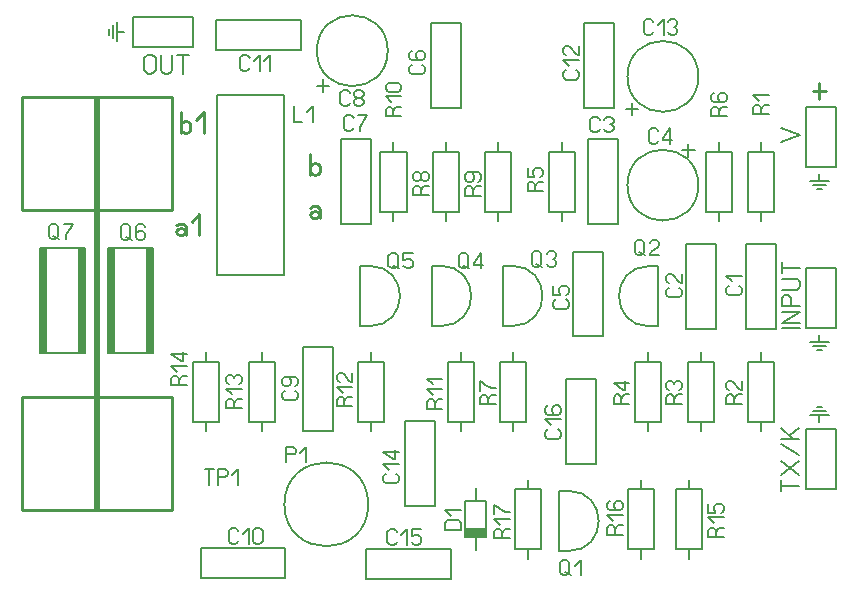
<source format=gbr>
%FSLAX34Y34*%
%MOMM*%
%LNSILK_TOP*%
G71*
G01*
%ADD10C,0.250*%
%ADD11C,0.550*%
%ADD12C,0.200*%
%ADD13C,0.170*%
%ADD14C,0.150*%
%ADD15C,0.220*%
%ADD16C,0.160*%
%ADD17C,0.280*%
%LPD*%
G54D10*
X3125Y-77750D02*
X130125Y-77750D01*
G54D10*
X130125Y-427000D02*
X130125Y-331750D01*
G54D10*
X3125Y-427000D02*
X130125Y-427000D01*
G54D11*
X66625Y-426112D02*
X66625Y-80037D01*
G36*
X81100Y-205400D02*
X80900Y-294200D01*
X76100Y-294300D01*
X76300Y-205400D01*
X81100Y-205400D01*
G37*
G54D12*
X81100Y-205400D02*
X80900Y-294200D01*
X76100Y-294300D01*
X76300Y-205400D01*
X81100Y-205400D01*
G54D12*
X76125Y-205444D02*
X114125Y-205444D01*
X114125Y-294444D01*
X76125Y-294444D01*
X76125Y-205444D01*
G54D13*
X90942Y-196066D02*
X95942Y-198566D01*
G54D13*
X94942Y-187733D02*
X94942Y-196066D01*
X93942Y-197733D01*
X91942Y-198566D01*
X89942Y-198566D01*
X87942Y-197733D01*
X86942Y-196066D01*
X86942Y-187733D01*
X87942Y-186066D01*
X89942Y-185233D01*
X91942Y-185233D01*
X93942Y-186066D01*
X94942Y-187733D01*
G54D13*
X107642Y-187733D02*
X106642Y-186066D01*
X104642Y-185233D01*
X102642Y-185233D01*
X100642Y-186066D01*
X99642Y-187733D01*
X99642Y-191900D01*
X99642Y-192733D01*
X102642Y-191066D01*
X104642Y-191066D01*
X106642Y-191900D01*
X107642Y-193566D01*
X107642Y-196066D01*
X106642Y-197733D01*
X104642Y-198566D01*
X102642Y-198566D01*
X100642Y-197733D01*
X99642Y-196066D01*
X99642Y-191900D01*
G36*
X114400Y-205500D02*
X114200Y-294200D01*
X109400Y-294200D01*
X109400Y-205400D01*
X114400Y-205500D01*
G37*
G54D12*
X114400Y-205500D02*
X114200Y-294200D01*
X109400Y-294200D01*
X109400Y-205400D01*
X114400Y-205500D01*
G54D10*
X130125Y-173000D02*
X130125Y-77750D01*
G54D10*
X3125Y-427000D02*
X3125Y-331750D01*
G54D10*
X3125Y-173000D02*
X3125Y-77750D01*
G54D10*
X3125Y-331750D02*
X130125Y-331750D01*
G54D10*
X3116Y-173125D02*
X130116Y-173125D01*
G54D14*
X154580Y-459709D02*
X154580Y-485110D01*
X226180Y-485110D01*
X226180Y-459710D01*
X154580Y-459709D01*
G54D13*
X186513Y-453580D02*
X185513Y-455247D01*
X183513Y-456080D01*
X181513Y-456080D01*
X179513Y-455247D01*
X178513Y-453580D01*
X178513Y-445247D01*
X179513Y-443580D01*
X181513Y-442747D01*
X183513Y-442747D01*
X185513Y-443580D01*
X186513Y-445247D01*
G54D13*
X190213Y-447747D02*
X195213Y-442747D01*
X195213Y-456080D01*
G54D13*
X206913Y-445247D02*
X206913Y-453580D01*
X205913Y-455247D01*
X203913Y-456080D01*
X201913Y-456080D01*
X199913Y-455247D01*
X198913Y-453580D01*
X198913Y-445247D01*
X199913Y-443580D01*
X201913Y-442747D01*
X203913Y-442747D01*
X205913Y-443580D01*
X206913Y-445247D01*
G54D14*
X225409Y-76221D02*
X225409Y-228621D01*
X168259Y-228621D01*
X168259Y-76221D01*
X225409Y-76221D01*
G54D13*
X233653Y-85241D02*
X233653Y-98574D01*
X240653Y-98574D01*
G54D13*
X244353Y-90241D02*
X249353Y-85241D01*
X249353Y-98574D01*
G54D15*
X247281Y-171286D02*
X249948Y-170175D01*
X253148Y-170175D01*
X255281Y-172397D01*
X255281Y-180175D01*
G54D15*
X255281Y-176842D02*
X253948Y-174619D01*
X251281Y-174175D01*
X248615Y-174619D01*
X247281Y-176842D01*
X247815Y-179064D01*
X249948Y-180175D01*
X251281Y-180175D01*
X251815Y-180175D01*
X253948Y-179064D01*
X255281Y-176842D01*
G54D15*
X247094Y-143400D02*
X247094Y-125622D01*
G54D15*
X247094Y-136289D02*
X248427Y-134067D01*
X251094Y-133400D01*
X253760Y-134067D01*
X255094Y-136289D01*
X255094Y-140733D01*
X253760Y-142956D01*
X251094Y-143400D01*
X248427Y-142956D01*
X247094Y-140733D01*
G54D15*
X133919Y-185786D02*
X136585Y-184675D01*
X139785Y-184675D01*
X141919Y-186897D01*
X141919Y-194675D01*
G54D15*
X141919Y-191342D02*
X140585Y-189119D01*
X137919Y-188675D01*
X135252Y-189119D01*
X133919Y-191342D01*
X134452Y-193564D01*
X136585Y-194675D01*
X137919Y-194675D01*
X138452Y-194675D01*
X140585Y-193564D01*
X141919Y-191342D01*
G54D15*
X146819Y-183564D02*
X153485Y-176897D01*
X153485Y-194675D01*
G54D15*
X137719Y-107712D02*
X137719Y-89935D01*
G54D15*
X137719Y-100601D02*
X139052Y-98379D01*
X141719Y-97712D01*
X144385Y-98379D01*
X145719Y-100601D01*
X145719Y-105046D01*
X144385Y-107268D01*
X141719Y-107712D01*
X139052Y-107268D01*
X137719Y-105046D01*
G54D15*
X150619Y-96601D02*
X157285Y-89935D01*
X157285Y-107712D01*
G54D14*
X167521Y-12554D02*
X167521Y-37955D01*
X239121Y-37954D01*
X239121Y-12554D01*
X167521Y-12554D01*
G54D13*
X195940Y-52713D02*
X194940Y-54380D01*
X192940Y-55213D01*
X190940Y-55213D01*
X188940Y-54380D01*
X187940Y-52713D01*
X187940Y-44380D01*
X188940Y-42713D01*
X190940Y-41880D01*
X192940Y-41880D01*
X194940Y-42713D01*
X195940Y-44380D01*
G54D13*
X199640Y-46880D02*
X204640Y-41880D01*
X204640Y-55213D01*
G54D13*
X208340Y-46880D02*
X213340Y-41880D01*
X213340Y-55213D01*
G54D14*
X195229Y-301721D02*
X217404Y-301721D01*
X217404Y-352421D01*
X195229Y-352421D01*
X195229Y-301721D01*
G54D14*
X206316Y-301521D02*
X206316Y-293621D01*
G54D14*
X206316Y-352521D02*
X206317Y-360421D01*
G54D13*
X182575Y-337096D02*
X184241Y-334096D01*
X185908Y-333096D01*
X189241Y-333096D01*
G54D13*
X189241Y-341096D02*
X175908Y-341096D01*
X175908Y-336096D01*
X176741Y-334096D01*
X178408Y-333096D01*
X180075Y-333096D01*
X181741Y-334096D01*
X182575Y-336096D01*
X182575Y-341096D01*
G54D13*
X180908Y-329396D02*
X175908Y-324396D01*
X189241Y-324396D01*
G54D13*
X178408Y-320696D02*
X176741Y-319696D01*
X175908Y-317696D01*
X175908Y-315696D01*
X176741Y-313696D01*
X178408Y-312696D01*
X180075Y-312696D01*
X181741Y-313696D01*
X182575Y-315696D01*
X183408Y-313696D01*
X185075Y-312696D01*
X186741Y-312696D01*
X188408Y-313696D01*
X189241Y-315696D01*
X189241Y-317696D01*
X188408Y-319696D01*
X186741Y-320696D01*
G54D12*
X116300Y-44686D02*
X116300Y-54686D01*
X115100Y-56686D01*
X112700Y-57686D01*
X110300Y-57686D01*
X107900Y-56686D01*
X106700Y-54686D01*
X106700Y-44686D01*
X107900Y-42686D01*
X110300Y-41686D01*
X112700Y-41686D01*
X115100Y-42686D01*
X116300Y-44686D01*
G54D12*
X120700Y-41686D02*
X120700Y-54686D01*
X121900Y-56686D01*
X124300Y-57686D01*
X126700Y-57686D01*
X129100Y-56686D01*
X130300Y-54686D01*
X130300Y-41686D01*
G54D12*
X139500Y-57686D02*
X139500Y-41686D01*
G54D12*
X134700Y-41686D02*
X144300Y-41686D01*
G54D14*
X96904Y-35512D02*
X96904Y-10112D01*
X147704Y-10112D01*
X147704Y-35512D01*
X96904Y-35512D01*
G54D12*
X89571Y-22283D02*
X83221Y-22283D01*
G54D12*
X83221Y-30220D02*
X83221Y-14345D01*
G54D12*
X80046Y-16727D02*
X80046Y-27839D01*
G54D12*
X76871Y-24664D02*
X76871Y-19902D01*
G54D14*
X147604Y-301721D02*
X169779Y-301721D01*
X169779Y-352421D01*
X147604Y-352421D01*
X147604Y-301721D01*
G54D14*
X158691Y-301521D02*
X158691Y-293621D01*
G54D14*
X158691Y-352521D02*
X158692Y-360421D01*
G54D13*
X136450Y-317696D02*
X138116Y-314696D01*
X139783Y-313696D01*
X143116Y-313696D01*
G54D13*
X143116Y-321696D02*
X129783Y-321696D01*
X129783Y-316696D01*
X130616Y-314696D01*
X132283Y-313696D01*
X133950Y-313696D01*
X135616Y-314696D01*
X136450Y-316696D01*
X136450Y-321696D01*
G54D13*
X134783Y-309996D02*
X129783Y-304996D01*
X143116Y-304996D01*
G54D13*
X143116Y-295296D02*
X129783Y-295296D01*
X138116Y-301296D01*
X139783Y-301296D01*
X139783Y-293296D01*
G54D14*
X565004Y-273804D02*
X590405Y-273804D01*
X590404Y-202204D01*
X565004Y-202204D01*
X565004Y-273804D01*
G54D13*
X559175Y-238921D02*
X560842Y-239921D01*
X561675Y-241921D01*
X561675Y-243921D01*
X560842Y-245921D01*
X559175Y-246921D01*
X550842Y-246921D01*
X549175Y-245921D01*
X548342Y-243921D01*
X548342Y-241921D01*
X549175Y-239921D01*
X550842Y-238921D01*
G54D13*
X561675Y-227221D02*
X561675Y-235221D01*
X560842Y-235221D01*
X559175Y-234221D01*
X554175Y-228221D01*
X552508Y-227221D01*
X550842Y-227221D01*
X549175Y-228221D01*
X548342Y-230221D01*
X548342Y-232221D01*
X549175Y-234221D01*
X550842Y-235221D01*
G54D14*
X534100Y-220800D02*
X542100Y-220800D01*
X542100Y-271525D01*
X534100Y-271525D01*
G54D14*
G75*
G01X534139Y-220669D02*
G03X534139Y-271669I0J-25500D01*
G01*
G54D13*
X525956Y-209125D02*
X530956Y-211625D01*
G54D13*
X529956Y-200792D02*
X529956Y-209125D01*
X528956Y-210792D01*
X526956Y-211625D01*
X524956Y-211625D01*
X522956Y-210792D01*
X521956Y-209125D01*
X521956Y-200792D01*
X522956Y-199125D01*
X524956Y-198292D01*
X526956Y-198292D01*
X528956Y-199125D01*
X529956Y-200792D01*
G54D13*
X542656Y-211625D02*
X534656Y-211625D01*
X534656Y-210792D01*
X535656Y-209125D01*
X541656Y-204125D01*
X542656Y-202459D01*
X542656Y-200792D01*
X541656Y-199125D01*
X539656Y-198292D01*
X537656Y-198292D01*
X535656Y-199125D01*
X534656Y-200792D01*
G54D12*
X662312Y-273203D02*
X646312Y-273203D01*
G54D12*
X662312Y-268803D02*
X646312Y-268803D01*
X662312Y-259203D01*
X646312Y-259203D01*
G54D12*
X662312Y-254803D02*
X646312Y-254803D01*
X646312Y-248803D01*
X647312Y-246403D01*
X649312Y-245203D01*
X651312Y-245203D01*
X653312Y-246403D01*
X654312Y-248803D01*
X654312Y-254803D01*
G54D12*
X646312Y-240803D02*
X659312Y-240803D01*
X661312Y-239603D01*
X662312Y-237203D01*
X662312Y-234803D01*
X661312Y-232403D01*
X659312Y-231203D01*
X646312Y-231203D01*
G54D12*
X662312Y-222003D02*
X646312Y-222003D01*
G54D12*
X646312Y-226803D02*
X646312Y-217203D01*
G54D14*
X666748Y-222205D02*
X692148Y-222205D01*
X692148Y-273005D01*
X666748Y-273005D01*
X666748Y-222205D01*
G54D12*
X678302Y-278887D02*
X678302Y-285238D01*
G54D12*
X686239Y-285238D02*
X670364Y-285237D01*
G54D12*
X672746Y-288412D02*
X683858Y-288412D01*
G54D12*
X680683Y-291587D02*
X675921Y-291587D01*
G54D14*
X522254Y-301721D02*
X544429Y-301721D01*
X544429Y-352421D01*
X522254Y-352421D01*
X522254Y-301721D01*
G54D14*
X533341Y-301521D02*
X533341Y-293621D01*
G54D14*
X533341Y-352521D02*
X533342Y-360421D01*
G54D13*
X510700Y-333346D02*
X512366Y-330346D01*
X514033Y-329346D01*
X517366Y-329346D01*
G54D13*
X517366Y-337346D02*
X504033Y-337346D01*
X504033Y-332346D01*
X504866Y-330346D01*
X506533Y-329346D01*
X508200Y-329346D01*
X509866Y-330346D01*
X510700Y-332346D01*
X510700Y-337346D01*
G54D13*
X517366Y-319646D02*
X504033Y-319646D01*
X512366Y-325646D01*
X514033Y-325646D01*
X514033Y-317646D01*
G54D14*
X582579Y-123921D02*
X604754Y-123921D01*
X604754Y-174621D01*
X582579Y-174621D01*
X582579Y-123921D01*
G54D14*
X593666Y-123721D02*
X593666Y-115821D01*
G54D14*
X593666Y-174721D02*
X593667Y-182621D01*
G54D13*
X628925Y-88246D02*
X630591Y-85246D01*
X632258Y-84246D01*
X635591Y-84246D01*
G54D13*
X635591Y-92246D02*
X622258Y-92246D01*
X622258Y-87246D01*
X623091Y-85246D01*
X624758Y-84246D01*
X626425Y-84246D01*
X628091Y-85246D01*
X628925Y-87246D01*
X628925Y-92246D01*
G54D13*
X627258Y-80546D02*
X622258Y-75546D01*
X635591Y-75546D01*
G54D14*
X469754Y-280154D02*
X495155Y-280154D01*
X495154Y-208554D01*
X469754Y-208554D01*
X469754Y-280154D01*
G54D13*
X463925Y-248971D02*
X465592Y-249971D01*
X466425Y-251971D01*
X466425Y-253971D01*
X465592Y-255971D01*
X463925Y-256971D01*
X455592Y-256971D01*
X453925Y-255971D01*
X453092Y-253971D01*
X453092Y-251971D01*
X453925Y-249971D01*
X455592Y-248971D01*
G54D13*
X453092Y-237271D02*
X453092Y-245271D01*
X458925Y-245271D01*
X458925Y-244271D01*
X458092Y-242271D01*
X458092Y-240271D01*
X458925Y-238271D01*
X460592Y-237271D01*
X463925Y-237271D01*
X465592Y-238271D01*
X466425Y-240271D01*
X466425Y-242271D01*
X465592Y-244271D01*
X463925Y-245271D01*
G54D14*
X418400Y-271325D02*
X410400Y-271325D01*
X410400Y-220600D01*
X418400Y-220600D01*
G54D14*
G75*
G01X418361Y-271456D02*
G03X418361Y-220456I0J25500D01*
G01*
G54D13*
X438784Y-218995D02*
X443784Y-221495D01*
G54D13*
X442784Y-210661D02*
X442784Y-218995D01*
X441784Y-220661D01*
X439784Y-221495D01*
X437784Y-221495D01*
X435784Y-220661D01*
X434784Y-218995D01*
X434784Y-210661D01*
X435784Y-208995D01*
X437784Y-208161D01*
X439784Y-208161D01*
X441784Y-208995D01*
X442784Y-210661D01*
G54D13*
X447484Y-210661D02*
X448484Y-208995D01*
X450484Y-208161D01*
X452484Y-208161D01*
X454484Y-208995D01*
X455484Y-210661D01*
X455484Y-212328D01*
X454484Y-213995D01*
X452484Y-214828D01*
X454484Y-215661D01*
X455484Y-217328D01*
X455484Y-218995D01*
X454484Y-220661D01*
X452484Y-221495D01*
X450484Y-221495D01*
X448484Y-220661D01*
X447484Y-218995D01*
G54D14*
X358075Y-271325D02*
X350075Y-271325D01*
X350075Y-220600D01*
X358075Y-220600D01*
G54D14*
G75*
G01X358036Y-271456D02*
G03X358036Y-220456I0J25500D01*
G01*
G54D13*
X376959Y-220195D02*
X381959Y-222695D01*
G54D13*
X380959Y-211861D02*
X380959Y-220195D01*
X379959Y-221861D01*
X377959Y-222695D01*
X375959Y-222695D01*
X373959Y-221861D01*
X372959Y-220195D01*
X372959Y-211861D01*
X373959Y-210195D01*
X375959Y-209361D01*
X377959Y-209361D01*
X379959Y-210195D01*
X380959Y-211861D01*
G54D13*
X391659Y-222695D02*
X391659Y-209361D01*
X385659Y-217695D01*
X385659Y-219361D01*
X393659Y-219361D01*
G54D14*
X407954Y-301721D02*
X430129Y-301721D01*
X430129Y-352421D01*
X407954Y-352421D01*
X407954Y-301721D01*
G54D14*
X419041Y-301521D02*
X419041Y-293621D01*
G54D14*
X419041Y-352521D02*
X419042Y-360421D01*
G54D13*
X397600Y-333846D02*
X399266Y-330846D01*
X400933Y-329846D01*
X404266Y-329846D01*
G54D13*
X404266Y-337846D02*
X390933Y-337846D01*
X390933Y-332846D01*
X391766Y-330846D01*
X393433Y-329846D01*
X395100Y-329846D01*
X396766Y-330846D01*
X397600Y-332846D01*
X397600Y-337846D01*
G54D13*
X390933Y-326146D02*
X390933Y-318146D01*
X392600Y-319146D01*
X395100Y-321146D01*
X398433Y-323146D01*
X400933Y-324146D01*
X404266Y-324146D01*
G54D14*
X297750Y-271325D02*
X289750Y-271325D01*
X289750Y-220600D01*
X297750Y-220600D01*
G54D14*
G75*
G01X297711Y-271456D02*
G03X297711Y-220456I0J25500D01*
G01*
G54D13*
X317434Y-220195D02*
X322434Y-222695D01*
G54D13*
X321434Y-211861D02*
X321434Y-220195D01*
X320434Y-221861D01*
X318434Y-222695D01*
X316434Y-222695D01*
X314434Y-221861D01*
X313434Y-220195D01*
X313434Y-211861D01*
X314434Y-210195D01*
X316434Y-209361D01*
X318434Y-209361D01*
X320434Y-210195D01*
X321434Y-211861D01*
G54D13*
X334134Y-209361D02*
X326134Y-209361D01*
X326134Y-215195D01*
X327134Y-215195D01*
X329134Y-214361D01*
X331134Y-214361D01*
X333134Y-215195D01*
X334134Y-216861D01*
X334134Y-220195D01*
X333134Y-221861D01*
X331134Y-222695D01*
X329134Y-222695D01*
X327134Y-221861D01*
X326134Y-220195D01*
G54D14*
X350804Y-123921D02*
X372979Y-123921D01*
X372979Y-174621D01*
X350804Y-174621D01*
X350804Y-123921D01*
G54D14*
X361891Y-123721D02*
X361891Y-115821D01*
G54D14*
X361891Y-174721D02*
X361892Y-182621D01*
G54D13*
X340850Y-156646D02*
X342516Y-153646D01*
X344183Y-152646D01*
X347516Y-152646D01*
G54D13*
X347516Y-160646D02*
X334183Y-160646D01*
X334183Y-155646D01*
X335016Y-153646D01*
X336683Y-152646D01*
X338350Y-152646D01*
X340016Y-153646D01*
X340850Y-155646D01*
X340850Y-160646D01*
G54D13*
X340850Y-143946D02*
X340850Y-145946D01*
X340016Y-147946D01*
X338350Y-148946D01*
X336683Y-148946D01*
X335016Y-147946D01*
X334183Y-145946D01*
X334183Y-143946D01*
X335016Y-141946D01*
X336683Y-140946D01*
X338350Y-140946D01*
X340016Y-141946D01*
X340850Y-143946D01*
X341683Y-141946D01*
X343350Y-140946D01*
X345016Y-140946D01*
X346683Y-141946D01*
X347516Y-143946D01*
X347516Y-145946D01*
X346683Y-147946D01*
X345016Y-148946D01*
X343350Y-148946D01*
X341683Y-147946D01*
X340850Y-145946D01*
G54D14*
X306625Y-124130D02*
X328800Y-124130D01*
X328800Y-174830D01*
X306625Y-174830D01*
X306625Y-124130D01*
G54D14*
X317712Y-123930D02*
X317712Y-116030D01*
G54D14*
X317712Y-174930D02*
X317713Y-182830D01*
G54D13*
X317700Y-89673D02*
X319367Y-86673D01*
X321033Y-85673D01*
X324367Y-85673D01*
G54D13*
X324367Y-93673D02*
X311033Y-93673D01*
X311033Y-88673D01*
X311867Y-86673D01*
X313533Y-85673D01*
X315200Y-85673D01*
X316867Y-86673D01*
X317700Y-88673D01*
X317700Y-93673D01*
G54D13*
X316033Y-81973D02*
X311033Y-76973D01*
X324367Y-76973D01*
G54D13*
X313533Y-65273D02*
X321867Y-65273D01*
X323533Y-66273D01*
X324367Y-68273D01*
X324367Y-70273D01*
X323533Y-72273D01*
X321867Y-73273D01*
X313533Y-73273D01*
X311867Y-72273D01*
X311033Y-70274D01*
X311033Y-68273D01*
X311867Y-66273D01*
X313533Y-65273D01*
G54D14*
X287304Y-301721D02*
X309479Y-301721D01*
X309479Y-352421D01*
X287304Y-352421D01*
X287304Y-301721D01*
G54D14*
X298391Y-301521D02*
X298391Y-293621D01*
G54D14*
X298392Y-352521D02*
X298392Y-360421D01*
G54D13*
X276250Y-335496D02*
X277916Y-332496D01*
X279583Y-331496D01*
X282916Y-331496D01*
G54D13*
X282916Y-339496D02*
X269583Y-339496D01*
X269583Y-334496D01*
X270416Y-332496D01*
X272083Y-331496D01*
X273750Y-331496D01*
X275416Y-332496D01*
X276250Y-334496D01*
X276250Y-339496D01*
G54D13*
X274583Y-327796D02*
X269583Y-322796D01*
X282916Y-322796D01*
G54D13*
X282916Y-311096D02*
X282916Y-319096D01*
X282083Y-319096D01*
X280416Y-318096D01*
X275416Y-312096D01*
X273750Y-311096D01*
X272083Y-311096D01*
X270416Y-312096D01*
X269583Y-314096D01*
X269583Y-316096D01*
X270416Y-318096D01*
X272083Y-319096D01*
G54D14*
X240814Y-360525D02*
X266215Y-360525D01*
X266214Y-288925D01*
X240814Y-288925D01*
X240814Y-360525D01*
G54D13*
X234385Y-326042D02*
X236052Y-327042D01*
X236885Y-329042D01*
X236885Y-331042D01*
X236052Y-333042D01*
X234385Y-334042D01*
X226052Y-334042D01*
X224385Y-333042D01*
X223552Y-331042D01*
X223552Y-329042D01*
X224385Y-327042D01*
X226052Y-326042D01*
G54D13*
X234385Y-322342D02*
X236052Y-321342D01*
X236885Y-319342D01*
X236885Y-317342D01*
X236052Y-315342D01*
X234385Y-314342D01*
X230218Y-314342D01*
X229385Y-314342D01*
X231052Y-317342D01*
X231052Y-319342D01*
X230218Y-321342D01*
X228552Y-322342D01*
X226052Y-322342D01*
X224385Y-321342D01*
X223552Y-319342D01*
X223552Y-317342D01*
X224385Y-315342D01*
X226052Y-314342D01*
X230218Y-314342D01*
G54D14*
X363504Y-301721D02*
X385679Y-301721D01*
X385679Y-352421D01*
X363504Y-352421D01*
X363504Y-301721D01*
G54D14*
X374591Y-301521D02*
X374591Y-293621D01*
G54D14*
X374591Y-352521D02*
X374592Y-360421D01*
G54D13*
X352550Y-337296D02*
X354216Y-334296D01*
X355883Y-333296D01*
X359216Y-333296D01*
G54D13*
X359216Y-341296D02*
X345883Y-341296D01*
X345883Y-336296D01*
X346716Y-334296D01*
X348383Y-333296D01*
X350050Y-333296D01*
X351716Y-334296D01*
X352550Y-336296D01*
X352550Y-341296D01*
G54D13*
X350883Y-329596D02*
X345883Y-324596D01*
X359216Y-324596D01*
G54D13*
X350883Y-320896D02*
X345883Y-315896D01*
X359216Y-315896D01*
G54D12*
G75*
G01X296368Y-422416D02*
G03X296368Y-422416I-35500J0D01*
G01*
G54D13*
X227092Y-386863D02*
X227092Y-373530D01*
X232092Y-373530D01*
X234092Y-374363D01*
X235092Y-376030D01*
X235092Y-377696D01*
X234092Y-379363D01*
X232092Y-380196D01*
X227092Y-380196D01*
G54D13*
X238792Y-378530D02*
X243792Y-373530D01*
X243792Y-386863D01*
G54D14*
X466025Y-461825D02*
X458025Y-461825D01*
X458025Y-411100D01*
X466025Y-411100D01*
G54D14*
G75*
G01X465986Y-461956D02*
G03X465986Y-410956I0J25500D01*
G01*
G54D13*
X462732Y-480055D02*
X467732Y-482555D01*
G54D13*
X466732Y-471722D02*
X466732Y-480055D01*
X465732Y-481722D01*
X463732Y-482555D01*
X461732Y-482555D01*
X459732Y-481722D01*
X458732Y-480055D01*
X458732Y-471722D01*
X459732Y-470055D01*
X461732Y-469222D01*
X463732Y-469222D01*
X465732Y-470055D01*
X466732Y-471722D01*
G54D13*
X471432Y-474222D02*
X476432Y-469222D01*
X476432Y-482555D01*
G54D12*
X645612Y-115578D02*
X661612Y-109578D01*
X645612Y-103578D01*
G54D14*
X666748Y-85680D02*
X692148Y-85680D01*
X692148Y-136480D01*
X666748Y-136480D01*
X666748Y-85680D01*
G54D12*
X678302Y-142362D02*
X678302Y-148713D01*
G54D12*
X686239Y-148713D02*
X670364Y-148712D01*
G54D12*
X672746Y-151887D02*
X683858Y-151887D01*
G54D12*
X680683Y-155062D02*
X675921Y-155062D01*
G54D14*
X557179Y-409671D02*
X579354Y-409671D01*
X579354Y-460371D01*
X557179Y-460371D01*
X557179Y-409671D01*
G54D14*
X568266Y-409471D02*
X568266Y-401571D01*
G54D14*
X568266Y-460471D02*
X568267Y-468371D01*
G54D13*
X590525Y-446146D02*
X592191Y-443146D01*
X593858Y-442146D01*
X597191Y-442146D01*
G54D13*
X597191Y-450146D02*
X583858Y-450146D01*
X583858Y-445146D01*
X584691Y-443146D01*
X586358Y-442146D01*
X588025Y-442146D01*
X589691Y-443146D01*
X590525Y-445146D01*
X590525Y-450146D01*
G54D13*
X588858Y-438446D02*
X583858Y-433446D01*
X597191Y-433446D01*
G54D13*
X583858Y-421746D02*
X583858Y-429746D01*
X589691Y-429746D01*
X589691Y-428746D01*
X588858Y-426746D01*
X588858Y-424746D01*
X589691Y-422746D01*
X591358Y-421746D01*
X594691Y-421746D01*
X596358Y-422746D01*
X597191Y-424746D01*
X597191Y-426746D01*
X596358Y-428746D01*
X594691Y-429746D01*
G54D14*
X515904Y-409671D02*
X538079Y-409671D01*
X538079Y-460371D01*
X515904Y-460371D01*
X515904Y-409671D01*
G54D14*
X526991Y-409471D02*
X526991Y-401571D01*
G54D14*
X526991Y-460471D02*
X526992Y-468371D01*
G54D13*
X505450Y-443946D02*
X507116Y-440946D01*
X508783Y-439946D01*
X512116Y-439946D01*
G54D13*
X512116Y-447946D02*
X498783Y-447946D01*
X498783Y-442946D01*
X499616Y-440946D01*
X501283Y-439946D01*
X502950Y-439946D01*
X504616Y-440946D01*
X505450Y-442946D01*
X505450Y-447946D01*
G54D13*
X503783Y-436246D02*
X498783Y-431246D01*
X512116Y-431246D01*
G54D13*
X501283Y-419546D02*
X499616Y-420546D01*
X498783Y-422546D01*
X498783Y-424546D01*
X499616Y-426546D01*
X501283Y-427546D01*
X505450Y-427546D01*
X506283Y-427546D01*
X504616Y-424546D01*
X504616Y-422546D01*
X505450Y-420546D01*
X507116Y-419546D01*
X509616Y-419546D01*
X511283Y-420546D01*
X512116Y-422546D01*
X512116Y-424546D01*
X511283Y-426546D01*
X509616Y-427546D01*
X505450Y-427546D01*
G54D14*
X463404Y-388104D02*
X488805Y-388104D01*
X488804Y-316504D01*
X463404Y-316504D01*
X463404Y-388104D01*
G54D13*
X456875Y-358971D02*
X458542Y-359971D01*
X459375Y-361971D01*
X459375Y-363971D01*
X458542Y-365971D01*
X456875Y-366971D01*
X448542Y-366971D01*
X446875Y-365971D01*
X446042Y-363971D01*
X446042Y-361971D01*
X446875Y-359971D01*
X448542Y-358971D01*
G54D13*
X451042Y-355271D02*
X446042Y-350271D01*
X459375Y-350271D01*
G54D13*
X448542Y-338571D02*
X446875Y-339571D01*
X446042Y-341571D01*
X446042Y-343571D01*
X446875Y-345571D01*
X448542Y-346571D01*
X452708Y-346571D01*
X453542Y-346571D01*
X451875Y-343571D01*
X451875Y-341571D01*
X452708Y-339571D01*
X454375Y-338571D01*
X456875Y-338571D01*
X458542Y-339571D01*
X459375Y-341571D01*
X459375Y-343571D01*
X458542Y-345571D01*
X456875Y-346571D01*
X452708Y-346571D01*
G54D14*
X420654Y-409671D02*
X442829Y-409671D01*
X442829Y-460371D01*
X420654Y-460371D01*
X420654Y-409671D01*
G54D14*
X431741Y-409471D02*
X431741Y-401571D01*
G54D14*
X431741Y-460471D02*
X431742Y-468371D01*
G54D13*
X409900Y-447246D02*
X411566Y-444246D01*
X413233Y-443246D01*
X416566Y-443246D01*
G54D13*
X416566Y-451246D02*
X403233Y-451246D01*
X403233Y-446246D01*
X404066Y-444246D01*
X405733Y-443246D01*
X407400Y-443246D01*
X409066Y-444246D01*
X409900Y-446246D01*
X409900Y-451246D01*
G54D13*
X408233Y-439546D02*
X403233Y-434546D01*
X416566Y-434546D01*
G54D13*
X403233Y-430846D02*
X403233Y-422846D01*
X404900Y-423846D01*
X407400Y-425846D01*
X410733Y-427846D01*
X413233Y-428846D01*
X416566Y-428846D01*
G54D14*
X294560Y-460191D02*
X294560Y-485592D01*
X366160Y-485592D01*
X366160Y-460192D01*
X294560Y-460191D01*
G54D13*
X320593Y-454162D02*
X319593Y-455829D01*
X317593Y-456662D01*
X315593Y-456662D01*
X313593Y-455829D01*
X312593Y-454162D01*
X312593Y-445829D01*
X313593Y-444162D01*
X315593Y-443329D01*
X317593Y-443329D01*
X319593Y-444162D01*
X320593Y-445829D01*
G54D13*
X324293Y-448329D02*
X329293Y-443329D01*
X329293Y-456662D01*
G54D13*
X340993Y-443329D02*
X332993Y-443329D01*
X332993Y-449162D01*
X333993Y-449162D01*
X335993Y-448329D01*
X337993Y-448329D01*
X339993Y-449162D01*
X340993Y-450829D01*
X340993Y-454162D01*
X339993Y-455829D01*
X337993Y-456662D01*
X335993Y-456662D01*
X333993Y-455829D01*
X332993Y-454162D01*
G54D14*
X396050Y-450175D02*
X378650Y-450175D01*
X378650Y-419775D01*
X396050Y-419775D01*
X396050Y-450175D01*
G36*
X396200Y-450100D02*
X379400Y-450100D01*
X379400Y-442900D01*
X396200Y-442900D01*
X396200Y-450100D01*
G37*
G54D14*
X396200Y-450100D02*
X379400Y-450100D01*
X379400Y-442900D01*
X396200Y-442900D01*
X396200Y-450100D01*
G54D14*
X387350Y-461175D02*
X387350Y-450075D01*
G54D14*
X387350Y-419875D02*
X387350Y-408775D01*
G54D13*
X374731Y-443924D02*
X361398Y-443924D01*
X361398Y-438924D01*
X362231Y-436924D01*
X363898Y-435924D01*
X372231Y-435924D01*
X373898Y-436924D01*
X374731Y-438924D01*
X374731Y-443924D01*
G54D13*
X366398Y-432224D02*
X361398Y-427224D01*
X374731Y-427224D01*
G54D16*
G75*
G01X575812Y-60088D02*
G03X575812Y-60088I-30000J0D01*
G01*
G54D13*
X537721Y-22629D02*
X536721Y-24296D01*
X534721Y-25129D01*
X532721Y-25129D01*
X530721Y-24296D01*
X529721Y-22629D01*
X529721Y-14296D01*
X530721Y-12629D01*
X532721Y-11796D01*
X534721Y-11796D01*
X536721Y-12629D01*
X537721Y-14296D01*
G54D13*
X541421Y-16796D02*
X546421Y-11796D01*
X546421Y-25129D01*
G54D13*
X550121Y-14296D02*
X551121Y-12629D01*
X553121Y-11796D01*
X555121Y-11796D01*
X557121Y-12629D01*
X558121Y-14296D01*
X558121Y-15963D01*
X557121Y-17629D01*
X555121Y-18463D01*
X557121Y-19296D01*
X558121Y-20963D01*
X558121Y-22629D01*
X557121Y-24296D01*
X555121Y-25129D01*
X553121Y-25129D01*
X551121Y-24296D01*
X550121Y-22629D01*
G54D14*
X514400Y-87529D02*
X525175Y-87529D01*
G54D14*
X519587Y-82242D02*
X519587Y-93017D01*
G54D14*
X349104Y-86479D02*
X374505Y-86479D01*
X374504Y-14879D01*
X349104Y-14879D01*
X349104Y-86479D01*
G54D13*
X341875Y-50096D02*
X343542Y-51096D01*
X344375Y-53096D01*
X344375Y-55096D01*
X343542Y-57096D01*
X341875Y-58096D01*
X333542Y-58096D01*
X331875Y-57096D01*
X331042Y-55096D01*
X331042Y-53096D01*
X331875Y-51096D01*
X333542Y-50096D01*
G54D13*
X333542Y-38396D02*
X331875Y-39396D01*
X331042Y-41396D01*
X331042Y-43396D01*
X331875Y-45396D01*
X333542Y-46396D01*
X337708Y-46396D01*
X338542Y-46396D01*
X336875Y-43396D01*
X336875Y-41396D01*
X337708Y-39396D01*
X339375Y-38396D01*
X341875Y-38396D01*
X343542Y-39396D01*
X344375Y-41396D01*
X344375Y-43396D01*
X343542Y-45396D01*
X341875Y-46396D01*
X337708Y-46396D01*
G54D14*
X395254Y-123921D02*
X417429Y-123921D01*
X417429Y-174621D01*
X395254Y-174621D01*
X395254Y-123921D01*
G54D14*
X406341Y-123721D02*
X406341Y-115821D01*
G54D14*
X406341Y-174721D02*
X406342Y-182621D01*
G54D13*
X385100Y-156946D02*
X386766Y-153946D01*
X388433Y-152946D01*
X391766Y-152946D01*
G54D13*
X391766Y-160946D02*
X378433Y-160946D01*
X378433Y-155946D01*
X379266Y-153946D01*
X380933Y-152946D01*
X382600Y-152946D01*
X384266Y-153946D01*
X385100Y-155946D01*
X385100Y-160946D01*
G54D13*
X389266Y-149246D02*
X390933Y-148246D01*
X391766Y-146246D01*
X391766Y-144246D01*
X390933Y-142246D01*
X389266Y-141246D01*
X385100Y-141246D01*
X384266Y-141246D01*
X385933Y-144246D01*
X385933Y-146246D01*
X385100Y-148246D01*
X383433Y-149246D01*
X380933Y-149246D01*
X379266Y-148246D01*
X378433Y-146246D01*
X378433Y-144246D01*
X379266Y-142246D01*
X380933Y-141246D01*
X385100Y-141246D01*
G54D14*
X272904Y-184904D02*
X298305Y-184904D01*
X298304Y-113304D01*
X272904Y-113304D01*
X272904Y-184904D01*
G54D13*
X283995Y-103650D02*
X282995Y-105317D01*
X280995Y-106150D01*
X278995Y-106150D01*
X276995Y-105317D01*
X275995Y-103650D01*
X275995Y-95317D01*
X276995Y-93650D01*
X278995Y-92817D01*
X280995Y-92817D01*
X282995Y-93650D01*
X283995Y-95317D01*
G54D13*
X287695Y-92817D02*
X295695Y-92817D01*
X294695Y-94483D01*
X292695Y-96983D01*
X290695Y-100317D01*
X289695Y-102817D01*
X289695Y-106150D01*
G54D16*
G75*
G01X312863Y-38338D02*
G03X312863Y-38338I-30000J0D01*
G01*
G54D13*
X280773Y-82372D02*
X279773Y-84039D01*
X277773Y-84872D01*
X275773Y-84872D01*
X273773Y-84039D01*
X272773Y-82372D01*
X272773Y-74039D01*
X273773Y-72372D01*
X275773Y-71539D01*
X277773Y-71539D01*
X279773Y-72372D01*
X280773Y-74039D01*
G54D13*
X289473Y-78206D02*
X287473Y-78206D01*
X285473Y-77372D01*
X284473Y-75706D01*
X284473Y-74039D01*
X285473Y-72372D01*
X287473Y-71539D01*
X289473Y-71539D01*
X291473Y-72372D01*
X292473Y-74039D01*
X292473Y-75706D01*
X291473Y-77372D01*
X289473Y-78206D01*
X291473Y-79039D01*
X292473Y-80706D01*
X292473Y-82372D01*
X291473Y-84039D01*
X289473Y-84872D01*
X287473Y-84872D01*
X285473Y-84039D01*
X284473Y-82372D01*
X284473Y-80706D01*
X285473Y-79039D01*
X287473Y-78206D01*
G54D14*
X263475Y-68046D02*
X252700Y-68046D01*
G54D14*
X258288Y-73333D02*
X258288Y-62558D01*
G54D14*
X479279Y-86479D02*
X504680Y-86479D01*
X504679Y-14879D01*
X479279Y-14879D01*
X479279Y-86479D01*
G54D13*
X472250Y-54746D02*
X473917Y-55746D01*
X474750Y-57746D01*
X474750Y-59746D01*
X473917Y-61746D01*
X472250Y-62746D01*
X463917Y-62746D01*
X462250Y-61746D01*
X461417Y-59746D01*
X461417Y-57746D01*
X462250Y-55746D01*
X463917Y-54746D01*
G54D13*
X466417Y-51046D02*
X461417Y-46046D01*
X474750Y-46046D01*
G54D13*
X474750Y-34346D02*
X474750Y-42346D01*
X473917Y-42346D01*
X472250Y-41346D01*
X467250Y-35346D01*
X465583Y-34346D01*
X463917Y-34346D01*
X462250Y-35346D01*
X461417Y-37346D01*
X461417Y-39346D01*
X462250Y-41346D01*
X463917Y-42346D01*
G54D12*
X661412Y-406628D02*
X645412Y-406628D01*
G54D12*
X645412Y-411428D02*
X645412Y-401828D01*
G54D12*
X645412Y-397428D02*
X661412Y-385428D01*
G54D12*
X661412Y-397428D02*
X645412Y-385428D01*
G54D12*
X661412Y-381028D02*
X645412Y-371428D01*
G54D12*
X661412Y-367028D02*
X645412Y-367028D01*
G54D12*
X656412Y-367028D02*
X645412Y-357428D01*
G54D12*
X653412Y-363428D02*
X661412Y-357428D01*
G54D14*
X666748Y-409620D02*
X692148Y-409620D01*
X692148Y-358820D01*
X666748Y-358820D01*
X666748Y-409620D01*
G54D12*
X678302Y-352938D02*
X678302Y-346587D01*
G54D12*
X686239Y-346587D02*
X670364Y-346588D01*
G54D12*
X672746Y-343413D02*
X683858Y-343413D01*
G54D12*
X680683Y-340238D02*
X675921Y-340238D01*
G54D14*
X449229Y-123921D02*
X471404Y-123921D01*
X471404Y-174621D01*
X449229Y-174621D01*
X449229Y-123921D01*
G54D14*
X460316Y-123721D02*
X460316Y-115821D01*
G54D14*
X460316Y-174721D02*
X460317Y-182621D01*
G54D13*
X437875Y-153346D02*
X439541Y-150346D01*
X441208Y-149346D01*
X444541Y-149346D01*
G54D13*
X444541Y-157346D02*
X431208Y-157346D01*
X431208Y-152346D01*
X432041Y-150346D01*
X433708Y-149346D01*
X435375Y-149346D01*
X437041Y-150346D01*
X437875Y-152346D01*
X437875Y-157346D01*
G54D13*
X431208Y-137646D02*
X431208Y-145646D01*
X437041Y-145646D01*
X437041Y-144646D01*
X436208Y-142646D01*
X436208Y-140646D01*
X437041Y-138646D01*
X438708Y-137646D01*
X442041Y-137646D01*
X443708Y-138646D01*
X444541Y-140646D01*
X444541Y-142646D01*
X443708Y-144646D01*
X442041Y-145646D01*
G54D14*
X482454Y-184904D02*
X507855Y-184904D01*
X507854Y-113304D01*
X482454Y-113304D01*
X482454Y-184904D01*
G54D13*
X492333Y-104971D02*
X491333Y-106637D01*
X489333Y-107471D01*
X487333Y-107471D01*
X485333Y-106637D01*
X484333Y-104971D01*
X484333Y-96637D01*
X485333Y-94971D01*
X487333Y-94137D01*
X489333Y-94137D01*
X491333Y-94971D01*
X492333Y-96637D01*
G54D13*
X496033Y-96637D02*
X497033Y-94971D01*
X499033Y-94137D01*
X501033Y-94137D01*
X503033Y-94971D01*
X504033Y-96637D01*
X504033Y-98304D01*
X503033Y-99971D01*
X501033Y-100804D01*
X503033Y-101637D01*
X504033Y-103304D01*
X504033Y-104971D01*
X503033Y-106637D01*
X501033Y-107471D01*
X499033Y-107471D01*
X497033Y-106637D01*
X496033Y-104971D01*
G54D16*
G75*
G01X575812Y-152162D02*
G03X575812Y-152162I-30000J0D01*
G01*
G54D13*
X542071Y-114704D02*
X541071Y-116371D01*
X539071Y-117204D01*
X537071Y-117204D01*
X535071Y-116371D01*
X534071Y-114704D01*
X534071Y-106371D01*
X535071Y-104704D01*
X537071Y-103871D01*
X539071Y-103871D01*
X541071Y-104704D01*
X542071Y-106371D01*
G54D13*
X551771Y-117204D02*
X551771Y-103871D01*
X545771Y-112204D01*
X545771Y-113871D01*
X553771Y-113871D01*
G54D14*
X562025Y-122454D02*
X572800Y-122454D01*
G54D14*
X567212Y-117167D02*
X567212Y-127942D01*
G54D17*
X678340Y-79053D02*
X678340Y-65720D01*
G54D17*
X672785Y-72386D02*
X683896Y-72386D01*
G54D14*
X566704Y-301721D02*
X588879Y-301721D01*
X588879Y-352421D01*
X566704Y-352421D01*
X566704Y-301721D01*
G54D14*
X577791Y-301521D02*
X577791Y-293621D01*
G54D14*
X577791Y-352521D02*
X577792Y-360421D01*
G54D13*
X555150Y-333346D02*
X556816Y-330346D01*
X558483Y-329346D01*
X561816Y-329346D01*
G54D13*
X561816Y-337346D02*
X548483Y-337346D01*
X548483Y-332346D01*
X549316Y-330346D01*
X550983Y-329346D01*
X552650Y-329346D01*
X554316Y-330346D01*
X555150Y-332346D01*
X555150Y-337346D01*
G54D13*
X550983Y-325646D02*
X549316Y-324646D01*
X548483Y-322646D01*
X548483Y-320646D01*
X549316Y-318646D01*
X550983Y-317646D01*
X552650Y-317646D01*
X554316Y-318646D01*
X555150Y-320646D01*
X555983Y-318646D01*
X557650Y-317646D01*
X559316Y-317646D01*
X560983Y-318646D01*
X561816Y-320646D01*
X561816Y-322646D01*
X560983Y-324646D01*
X559316Y-325646D01*
G54D14*
X617504Y-301721D02*
X639679Y-301721D01*
X639679Y-352421D01*
X617504Y-352421D01*
X617504Y-301721D01*
G54D14*
X628591Y-301521D02*
X628591Y-293621D01*
G54D14*
X628591Y-352521D02*
X628592Y-360421D01*
G54D13*
X605950Y-333346D02*
X607616Y-330346D01*
X609283Y-329346D01*
X612616Y-329346D01*
G54D13*
X612616Y-337346D02*
X599283Y-337346D01*
X599283Y-332346D01*
X600116Y-330346D01*
X601783Y-329346D01*
X603450Y-329346D01*
X605116Y-330346D01*
X605950Y-332346D01*
X605950Y-337346D01*
G54D13*
X612616Y-317646D02*
X612616Y-325646D01*
X611783Y-325646D01*
X610116Y-324646D01*
X605116Y-318646D01*
X603450Y-317646D01*
X601783Y-317646D01*
X600116Y-318646D01*
X599283Y-320646D01*
X599283Y-322646D01*
X600116Y-324646D01*
X601783Y-325646D01*
G54D14*
X617504Y-123921D02*
X639679Y-123921D01*
X639679Y-174621D01*
X617504Y-174621D01*
X617504Y-123921D01*
G54D14*
X628591Y-123721D02*
X628591Y-115821D01*
G54D14*
X628591Y-174721D02*
X628592Y-182621D01*
G54D13*
X593450Y-89646D02*
X595116Y-86646D01*
X596783Y-85646D01*
X600116Y-85646D01*
G54D13*
X600116Y-93646D02*
X586783Y-93646D01*
X586783Y-88646D01*
X587616Y-86646D01*
X589283Y-85646D01*
X590950Y-85646D01*
X592616Y-86646D01*
X593450Y-88646D01*
X593450Y-93646D01*
G54D13*
X589283Y-73946D02*
X587616Y-74946D01*
X586783Y-76946D01*
X586783Y-78946D01*
X587616Y-80946D01*
X589283Y-81946D01*
X593450Y-81946D01*
X594283Y-81946D01*
X592616Y-78946D01*
X592616Y-76946D01*
X593450Y-74946D01*
X595116Y-73946D01*
X597616Y-73946D01*
X599283Y-74946D01*
X600116Y-76946D01*
X600116Y-78946D01*
X599283Y-80946D01*
X597616Y-81946D01*
X593450Y-81946D01*
G54D14*
X615804Y-273804D02*
X641205Y-273804D01*
X641204Y-202204D01*
X615804Y-202204D01*
X615804Y-273804D01*
G54D13*
X609975Y-237421D02*
X611642Y-238421D01*
X612475Y-240421D01*
X612475Y-242421D01*
X611642Y-244421D01*
X609975Y-245421D01*
X601642Y-245421D01*
X599975Y-244421D01*
X599142Y-242421D01*
X599142Y-240421D01*
X599975Y-238421D01*
X601642Y-237421D01*
G54D13*
X604142Y-233721D02*
X599142Y-228721D01*
X612475Y-228721D01*
G54D14*
X352869Y-352010D02*
X327468Y-352010D01*
X327469Y-423610D01*
X352869Y-423610D01*
X352869Y-352010D01*
G54D13*
X319577Y-396666D02*
X321244Y-397666D01*
X322077Y-399666D01*
X322077Y-401666D01*
X321244Y-403666D01*
X319577Y-404666D01*
X311244Y-404666D01*
X309577Y-403666D01*
X308744Y-401666D01*
X308744Y-399666D01*
X309577Y-397666D01*
X311244Y-396666D01*
G54D13*
X313744Y-392966D02*
X308744Y-387966D01*
X322077Y-387966D01*
G54D13*
X322077Y-378266D02*
X308744Y-378266D01*
X317077Y-384266D01*
X318744Y-384266D01*
X318744Y-376266D01*
G54D13*
X161767Y-405988D02*
X161767Y-392655D01*
G54D13*
X157767Y-392655D02*
X165767Y-392655D01*
G54D13*
X169467Y-405988D02*
X169467Y-392655D01*
X174467Y-392655D01*
X176467Y-393488D01*
X177467Y-395155D01*
X177467Y-396821D01*
X176467Y-398488D01*
X174467Y-399321D01*
X169467Y-399321D01*
G54D13*
X181167Y-397655D02*
X186167Y-392655D01*
X186167Y-405988D01*
G36*
X51600Y-294600D02*
X51800Y-205800D01*
X56600Y-205700D01*
X56400Y-294600D01*
X51600Y-294600D01*
G37*
G54D12*
X51600Y-294600D02*
X51800Y-205800D01*
X56600Y-205700D01*
X56400Y-294600D01*
X51600Y-294600D01*
G54D12*
X56531Y-294512D02*
X18532Y-294512D01*
X18531Y-205512D01*
X56531Y-205512D01*
X56531Y-294512D01*
G54D13*
X29728Y-195593D02*
X34728Y-198093D01*
G54D13*
X33728Y-187260D02*
X33728Y-195593D01*
X32728Y-197260D01*
X30728Y-198093D01*
X28728Y-198093D01*
X26728Y-197260D01*
X25728Y-195593D01*
X25728Y-187260D01*
X26728Y-185593D01*
X28728Y-184760D01*
X30728Y-184760D01*
X32728Y-185593D01*
X33728Y-187260D01*
G54D13*
X38428Y-184760D02*
X46428Y-184760D01*
X45428Y-186427D01*
X43428Y-188927D01*
X41428Y-192260D01*
X40428Y-194760D01*
X40428Y-198093D01*
G36*
X18300Y-294500D02*
X18500Y-205800D01*
X23300Y-205800D01*
X23300Y-294600D01*
X18300Y-294500D01*
G37*
G54D12*
X18300Y-294500D02*
X18500Y-205800D01*
X23300Y-205800D01*
X23300Y-294600D01*
X18300Y-294500D01*
M02*

</source>
